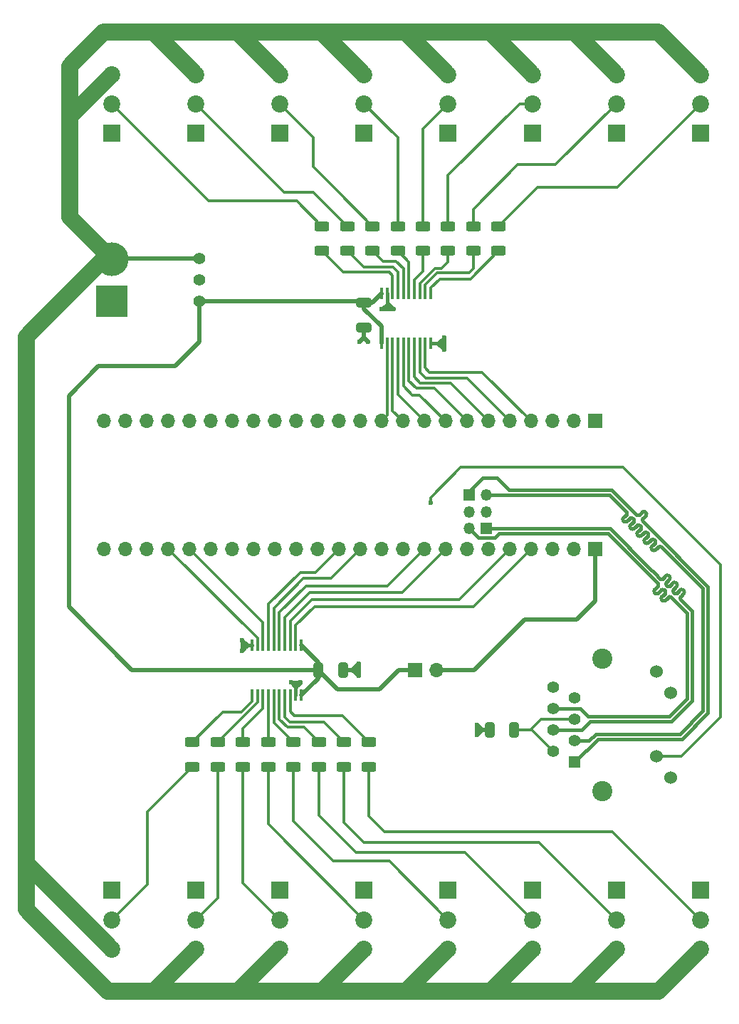
<source format=gbr>
%TF.GenerationSoftware,KiCad,Pcbnew,8.0.2*%
%TF.CreationDate,2024-08-24T20:41:20-05:00*%
%TF.ProjectId,ReceiverBoard,52656365-6976-4657-9242-6f6172642e6b,rev?*%
%TF.SameCoordinates,Original*%
%TF.FileFunction,Copper,L1,Top*%
%TF.FilePolarity,Positive*%
%FSLAX46Y46*%
G04 Gerber Fmt 4.6, Leading zero omitted, Abs format (unit mm)*
G04 Created by KiCad (PCBNEW 8.0.2) date 2024-08-24 20:41:20*
%MOMM*%
%LPD*%
G01*
G04 APERTURE LIST*
G04 Aperture macros list*
%AMRoundRect*
0 Rectangle with rounded corners*
0 $1 Rounding radius*
0 $2 $3 $4 $5 $6 $7 $8 $9 X,Y pos of 4 corners*
0 Add a 4 corners polygon primitive as box body*
4,1,4,$2,$3,$4,$5,$6,$7,$8,$9,$2,$3,0*
0 Add four circle primitives for the rounded corners*
1,1,$1+$1,$2,$3*
1,1,$1+$1,$4,$5*
1,1,$1+$1,$6,$7*
1,1,$1+$1,$8,$9*
0 Add four rect primitives between the rounded corners*
20,1,$1+$1,$2,$3,$4,$5,0*
20,1,$1+$1,$4,$5,$6,$7,0*
20,1,$1+$1,$6,$7,$8,$9,0*
20,1,$1+$1,$8,$9,$2,$3,0*%
G04 Aperture macros list end*
%TA.AperFunction,SMDPad,CuDef*%
%ADD10RoundRect,0.250000X0.625000X-0.312500X0.625000X0.312500X-0.625000X0.312500X-0.625000X-0.312500X0*%
%TD*%
%TA.AperFunction,ComponentPad*%
%ADD11R,2.025000X2.025000*%
%TD*%
%TA.AperFunction,ComponentPad*%
%ADD12C,2.025000*%
%TD*%
%TA.AperFunction,SMDPad,CuDef*%
%ADD13RoundRect,0.250000X0.325000X0.650000X-0.325000X0.650000X-0.325000X-0.650000X0.325000X-0.650000X0*%
%TD*%
%TA.AperFunction,SMDPad,CuDef*%
%ADD14RoundRect,0.250000X0.650000X-0.325000X0.650000X0.325000X-0.650000X0.325000X-0.650000X-0.325000X0*%
%TD*%
%TA.AperFunction,ComponentPad*%
%ADD15R,1.350000X1.350000*%
%TD*%
%TA.AperFunction,ComponentPad*%
%ADD16O,1.350000X1.350000*%
%TD*%
%TA.AperFunction,ComponentPad*%
%ADD17R,1.700000X1.700000*%
%TD*%
%TA.AperFunction,ComponentPad*%
%ADD18O,1.700000X1.700000*%
%TD*%
%TA.AperFunction,SMDPad,CuDef*%
%ADD19RoundRect,0.250000X-0.625000X0.312500X-0.625000X-0.312500X0.625000X-0.312500X0.625000X0.312500X0*%
%TD*%
%TA.AperFunction,SMDPad,CuDef*%
%ADD20R,0.450000X1.475000*%
%TD*%
%TA.AperFunction,ComponentPad*%
%ADD21C,1.400000*%
%TD*%
%TA.AperFunction,ComponentPad*%
%ADD22R,3.800000X3.800000*%
%TD*%
%TA.AperFunction,ComponentPad*%
%ADD23C,4.000000*%
%TD*%
%TA.AperFunction,ComponentPad*%
%ADD24R,1.400000X1.400000*%
%TD*%
%TA.AperFunction,ComponentPad*%
%ADD25C,1.530000*%
%TD*%
%TA.AperFunction,ComponentPad*%
%ADD26C,2.400000*%
%TD*%
%TA.AperFunction,ViaPad*%
%ADD27C,0.600000*%
%TD*%
%TA.AperFunction,Conductor*%
%ADD28C,2.000000*%
%TD*%
%TA.AperFunction,Conductor*%
%ADD29C,0.500000*%
%TD*%
%TA.AperFunction,Conductor*%
%ADD30C,0.400000*%
%TD*%
%TA.AperFunction,Conductor*%
%ADD31C,0.300000*%
%TD*%
G04 APERTURE END LIST*
D10*
%TO.P,R6,1*%
%TO.N,Net-(IC1-B6)*%
X130000000Y-63962500D03*
%TO.P,R6,2*%
%TO.N,D2O*%
X130000000Y-61037500D03*
%TD*%
%TO.P,R1,1*%
%TO.N,Net-(IC1-B1)*%
X115000000Y-63962500D03*
%TO.P,R1,2*%
%TO.N,D7O*%
X115000000Y-61037500D03*
%TD*%
D11*
%TO.P,J5,1,1*%
%TO.N,GND*%
X160000000Y-50000000D03*
D12*
%TO.P,J5,2,2*%
%TO.N,D0O*%
X160000000Y-46500000D03*
%TO.P,J5,3,3*%
%TO.N,+24V*%
X160000000Y-43000000D03*
%TD*%
D11*
%TO.P,J18,1,1*%
%TO.N,GND*%
X130000000Y-140000000D03*
D12*
%TO.P,J18,2,2*%
%TO.N,D12O*%
X130000000Y-143500000D03*
%TO.P,J18,3,3*%
%TO.N,+24V*%
X130000000Y-147000000D03*
%TD*%
D13*
%TO.P,C2,1*%
%TO.N,GND*%
X117475000Y-113800000D03*
%TO.P,C2,2*%
%TO.N,+5V*%
X114525000Y-113800000D03*
%TD*%
D14*
%TO.P,C1,1*%
%TO.N,GND*%
X120000000Y-73075000D03*
%TO.P,C1,2*%
%TO.N,+5V*%
X120000000Y-70125000D03*
%TD*%
D11*
%TO.P,J19,1,1*%
%TO.N,GND*%
X140000000Y-140000000D03*
D12*
%TO.P,J19,2,2*%
%TO.N,D13O*%
X140000000Y-143500000D03*
%TO.P,J19,3,3*%
%TO.N,+24V*%
X140000000Y-147000000D03*
%TD*%
D15*
%TO.P,J4,1,Pin_1*%
%TO.N,TX+*%
X132500000Y-93000000D03*
D16*
%TO.P,J4,2,Pin_2*%
%TO.N,GND*%
X132500000Y-95000000D03*
%TO.P,J4,3,Pin_3*%
%TO.N,RX-*%
X132500000Y-97000000D03*
%TD*%
D17*
%TO.P,JP1,1,A*%
%TO.N,+5V*%
X126025000Y-113800000D03*
D18*
%TO.P,JP1,2,B*%
%TO.N,+5Vs*%
X128565000Y-113800000D03*
%TD*%
D11*
%TO.P,J15,1,1*%
%TO.N,GND*%
X100000000Y-140000000D03*
D12*
%TO.P,J15,2,2*%
%TO.N,D9O*%
X100000000Y-143500000D03*
%TO.P,J15,3,3*%
%TO.N,+24V*%
X100000000Y-147000000D03*
%TD*%
D19*
%TO.P,R14,1*%
%TO.N,Net-(IC2-B6)*%
X105600000Y-122375000D03*
%TO.P,R14,2*%
%TO.N,D10O*%
X105600000Y-125300000D03*
%TD*%
%TO.P,R15,1*%
%TO.N,Net-(IC2-B7)*%
X102600000Y-122375000D03*
%TO.P,R15,2*%
%TO.N,D9O*%
X102600000Y-125300000D03*
%TD*%
D20*
%TO.P,IC1,1,DIR*%
%TO.N,+5V*%
X122075000Y-74938000D03*
%TO.P,IC1,2,A1*%
%TO.N,D7*%
X122725000Y-74938000D03*
%TO.P,IC1,3,A2*%
%TO.N,D6*%
X123375000Y-74938000D03*
%TO.P,IC1,4,A3*%
%TO.N,D5*%
X124025000Y-74938000D03*
%TO.P,IC1,5,A4*%
%TO.N,D4*%
X124675000Y-74938000D03*
%TO.P,IC1,6,A5*%
%TO.N,D3*%
X125325000Y-74938000D03*
%TO.P,IC1,7,A6*%
%TO.N,D2*%
X125975000Y-74938000D03*
%TO.P,IC1,8,A7*%
%TO.N,D1*%
X126625000Y-74938000D03*
%TO.P,IC1,9,A8*%
%TO.N,D0*%
X127275000Y-74938000D03*
%TO.P,IC1,10,GND*%
%TO.N,GND*%
X127925000Y-74938000D03*
%TO.P,IC1,11,B8*%
%TO.N,Net-(IC1-B8)*%
X127925000Y-69062000D03*
%TO.P,IC1,12,B7*%
%TO.N,Net-(IC1-B7)*%
X127275000Y-69062000D03*
%TO.P,IC1,13,B6*%
%TO.N,Net-(IC1-B6)*%
X126625000Y-69062000D03*
%TO.P,IC1,14,B5*%
%TO.N,Net-(IC1-B5)*%
X125975000Y-69062000D03*
%TO.P,IC1,15,B4*%
%TO.N,Net-(IC1-B4)*%
X125325000Y-69062000D03*
%TO.P,IC1,16,B3*%
%TO.N,Net-(IC1-B3)*%
X124675000Y-69062000D03*
%TO.P,IC1,17,B2*%
%TO.N,Net-(IC1-B2)*%
X124025000Y-69062000D03*
%TO.P,IC1,18,B1*%
%TO.N,Net-(IC1-B1)*%
X123375000Y-69062000D03*
%TO.P,IC1,19,~{OE}*%
%TO.N,GND*%
X122725000Y-69062000D03*
%TO.P,IC1,20,VCC*%
%TO.N,+5V*%
X122075000Y-69062000D03*
%TD*%
D11*
%TO.P,J17,1,1*%
%TO.N,GND*%
X120000000Y-140000000D03*
D12*
%TO.P,J17,2,2*%
%TO.N,D11O*%
X120000000Y-143500000D03*
%TO.P,J17,3,3*%
%TO.N,+24V*%
X120000000Y-147000000D03*
%TD*%
D11*
%TO.P,J11,1,1*%
%TO.N,GND*%
X100000000Y-50000000D03*
D12*
%TO.P,J11,2,2*%
%TO.N,D6O*%
X100000000Y-46500000D03*
%TO.P,J11,3,3*%
%TO.N,+24V*%
X100000000Y-43000000D03*
%TD*%
D11*
%TO.P,J6,1,1*%
%TO.N,GND*%
X150000000Y-50000000D03*
D12*
%TO.P,J6,2,2*%
%TO.N,D1O*%
X150000000Y-46500000D03*
%TO.P,J6,3,3*%
%TO.N,+24V*%
X150000000Y-43000000D03*
%TD*%
D19*
%TO.P,R11,1*%
%TO.N,Net-(IC2-B3)*%
X114600000Y-122375000D03*
%TO.P,R11,2*%
%TO.N,D13O*%
X114600000Y-125300000D03*
%TD*%
D11*
%TO.P,J16,1,1*%
%TO.N,GND*%
X110000000Y-140000000D03*
D12*
%TO.P,J16,2,2*%
%TO.N,D10O*%
X110000000Y-143500000D03*
%TO.P,J16,3,3*%
%TO.N,+24V*%
X110000000Y-147000000D03*
%TD*%
D15*
%TO.P,J3,1,Pin_1*%
%TO.N,RX+*%
X134500000Y-97000000D03*
D16*
%TO.P,J3,2,Pin_2*%
%TO.N,ELED*%
X134500000Y-95000000D03*
%TO.P,J3,3,Pin_3*%
%TO.N,TX-*%
X134500000Y-93000000D03*
%TD*%
D10*
%TO.P,R2,1*%
%TO.N,Net-(IC1-B2)*%
X118000000Y-63962500D03*
%TO.P,R2,2*%
%TO.N,D6O*%
X118000000Y-61037500D03*
%TD*%
D21*
%TO.P,PS1,1,+VIN*%
%TO.N,+24V*%
X100375000Y-64870000D03*
%TO.P,PS1,2,GND*%
%TO.N,GND*%
X100375000Y-67410000D03*
%TO.P,PS1,3,+VOUT*%
%TO.N,+5V*%
X100375000Y-69950000D03*
%TD*%
D20*
%TO.P,IC2,1,DIR*%
%TO.N,+5V*%
X112525000Y-110899500D03*
%TO.P,IC2,2,A1*%
%TO.N,D15*%
X111875000Y-110899500D03*
%TO.P,IC2,3,A2*%
%TO.N,D14*%
X111225000Y-110899500D03*
%TO.P,IC2,4,A3*%
%TO.N,D13*%
X110575000Y-110899500D03*
%TO.P,IC2,5,A4*%
%TO.N,D12*%
X109925000Y-110899500D03*
%TO.P,IC2,6,A5*%
%TO.N,D11*%
X109275000Y-110899500D03*
%TO.P,IC2,7,A6*%
%TO.N,D10*%
X108625000Y-110899500D03*
%TO.P,IC2,8,A7*%
%TO.N,D9*%
X107975000Y-110899500D03*
%TO.P,IC2,9,A8*%
%TO.N,D8*%
X107325000Y-110899500D03*
%TO.P,IC2,10,GND*%
%TO.N,GND*%
X106675000Y-110899500D03*
%TO.P,IC2,11,B8*%
%TO.N,Net-(IC2-B8)*%
X106675000Y-116775500D03*
%TO.P,IC2,12,B7*%
%TO.N,Net-(IC2-B7)*%
X107325000Y-116775500D03*
%TO.P,IC2,13,B6*%
%TO.N,Net-(IC2-B6)*%
X107975000Y-116775500D03*
%TO.P,IC2,14,B5*%
%TO.N,Net-(IC2-B5)*%
X108625000Y-116775500D03*
%TO.P,IC2,15,B4*%
%TO.N,Net-(IC2-B4)*%
X109275000Y-116775500D03*
%TO.P,IC2,16,B3*%
%TO.N,Net-(IC2-B3)*%
X109925000Y-116775500D03*
%TO.P,IC2,17,B2*%
%TO.N,Net-(IC2-B2)*%
X110575000Y-116775500D03*
%TO.P,IC2,18,B1*%
%TO.N,Net-(IC2-B1)*%
X111225000Y-116775500D03*
%TO.P,IC2,19,~{OE}*%
%TO.N,GND*%
X111875000Y-116775500D03*
%TO.P,IC2,20,VCC*%
%TO.N,+5V*%
X112525000Y-116775500D03*
%TD*%
D19*
%TO.P,R9,1*%
%TO.N,Net-(IC2-B1)*%
X120600000Y-122375000D03*
%TO.P,R9,2*%
%TO.N,D15O*%
X120600000Y-125300000D03*
%TD*%
D17*
%TO.P,J1,1,Pin_1*%
%TO.N,GND*%
X147465000Y-84200000D03*
D18*
%TO.P,J1,2,Pin_2*%
%TO.N,unconnected-(J1-Pin_2-Pad2)*%
X144925000Y-84200000D03*
%TO.P,J1,3,Pin_3*%
%TO.N,unconnected-(J1-Pin_3-Pad3)*%
X142385000Y-84200000D03*
%TO.P,J1,4,Pin_4*%
%TO.N,D0*%
X139845000Y-84200000D03*
%TO.P,J1,5,Pin_5*%
%TO.N,D1*%
X137305000Y-84200000D03*
%TO.P,J1,6,Pin_6*%
%TO.N,D2*%
X134765000Y-84200000D03*
%TO.P,J1,7,Pin_7*%
%TO.N,D3*%
X132225000Y-84200000D03*
%TO.P,J1,8,Pin_8*%
%TO.N,D4*%
X129685000Y-84200000D03*
%TO.P,J1,9,Pin_9*%
%TO.N,D5*%
X127145000Y-84200000D03*
%TO.P,J1,10,Pin_10*%
%TO.N,D6*%
X124605000Y-84200000D03*
%TO.P,J1,11,Pin_11*%
%TO.N,D7*%
X122065000Y-84200000D03*
%TO.P,J1,12,Pin_12*%
%TO.N,unconnected-(J1-Pin_12-Pad12)*%
X119525000Y-84200000D03*
%TO.P,J1,13,Pin_13*%
%TO.N,unconnected-(J1-Pin_13-Pad13)*%
X116985000Y-84200000D03*
%TO.P,J1,14,Pin_14*%
%TO.N,unconnected-(J1-Pin_14-Pad14)*%
X114445000Y-84200000D03*
%TO.P,J1,15,Pin_15*%
%TO.N,unconnected-(J1-Pin_15-Pad15)*%
X111905000Y-84200000D03*
%TO.P,J1,16,Pin_16*%
%TO.N,unconnected-(J1-Pin_16-Pad16)*%
X109365000Y-84200000D03*
%TO.P,J1,17,Pin_17*%
%TO.N,unconnected-(J1-Pin_17-Pad17)*%
X106825000Y-84200000D03*
%TO.P,J1,18,Pin_18*%
%TO.N,unconnected-(J1-Pin_18-Pad18)*%
X104285000Y-84200000D03*
%TO.P,J1,19,Pin_19*%
%TO.N,unconnected-(J1-Pin_19-Pad19)*%
X101745000Y-84200000D03*
%TO.P,J1,20,Pin_20*%
%TO.N,unconnected-(J1-Pin_20-Pad20)*%
X99205000Y-84200000D03*
%TO.P,J1,21,Pin_21*%
%TO.N,unconnected-(J1-Pin_21-Pad21)*%
X96665000Y-84200000D03*
%TO.P,J1,22,Pin_22*%
%TO.N,unconnected-(J1-Pin_22-Pad22)*%
X94125000Y-84200000D03*
%TO.P,J1,23,Pin_23*%
%TO.N,unconnected-(J1-Pin_23-Pad23)*%
X91585000Y-84200000D03*
%TO.P,J1,24,Pin_24*%
%TO.N,unconnected-(J1-Pin_24-Pad24)*%
X89045000Y-84200000D03*
%TD*%
D22*
%TO.P,J13,1,Pin_1*%
%TO.N,GND*%
X90000000Y-70000000D03*
D23*
%TO.P,J13,2,Pin_2*%
%TO.N,+24V*%
X90000000Y-65000000D03*
%TD*%
D13*
%TO.P,C3,1*%
%TO.N,Net-(J22-RCT)*%
X137875000Y-120900000D03*
%TO.P,C3,2*%
%TO.N,GND*%
X134925000Y-120900000D03*
%TD*%
D19*
%TO.P,R13,1*%
%TO.N,Net-(IC2-B5)*%
X108600000Y-122375000D03*
%TO.P,R13,2*%
%TO.N,D11O*%
X108600000Y-125300000D03*
%TD*%
D10*
%TO.P,R5,1*%
%TO.N,Net-(IC1-B5)*%
X127000000Y-63962500D03*
%TO.P,R5,2*%
%TO.N,D3O*%
X127000000Y-61037500D03*
%TD*%
D17*
%TO.P,J2,1,Pin_1*%
%TO.N,+5Vs*%
X147500000Y-99400000D03*
D18*
%TO.P,J2,2,Pin_2*%
%TO.N,GND*%
X144960000Y-99400000D03*
%TO.P,J2,3,Pin_3*%
%TO.N,unconnected-(J2-Pin_3-Pad3)*%
X142420000Y-99400000D03*
%TO.P,J2,4,Pin_4*%
%TO.N,D15*%
X139880000Y-99400000D03*
%TO.P,J2,5,Pin_5*%
%TO.N,D14*%
X137340000Y-99400000D03*
%TO.P,J2,6,Pin_6*%
%TO.N,unconnected-(J2-Pin_6-Pad6)*%
X134800000Y-99400000D03*
%TO.P,J2,7,Pin_7*%
%TO.N,unconnected-(J2-Pin_7-Pad7)*%
X132260000Y-99400000D03*
%TO.P,J2,8,Pin_8*%
%TO.N,D13*%
X129720000Y-99400000D03*
%TO.P,J2,9,Pin_9*%
%TO.N,D12*%
X127180000Y-99400000D03*
%TO.P,J2,10,Pin_10*%
%TO.N,unconnected-(J2-Pin_10-Pad10)*%
X124640000Y-99400000D03*
%TO.P,J2,11,Pin_11*%
%TO.N,unconnected-(J2-Pin_11-Pad11)*%
X122100000Y-99400000D03*
%TO.P,J2,12,Pin_12*%
%TO.N,D11*%
X119560000Y-99400000D03*
%TO.P,J2,13,Pin_13*%
%TO.N,D10*%
X117020000Y-99400000D03*
%TO.P,J2,14,Pin_14*%
%TO.N,unconnected-(J2-Pin_14-Pad14)*%
X114480000Y-99400000D03*
%TO.P,J2,15,Pin_15*%
%TO.N,GND*%
X111940000Y-99400000D03*
%TO.P,J2,16,Pin_16*%
%TO.N,unconnected-(J2-Pin_16-Pad16)*%
X109400000Y-99400000D03*
%TO.P,J2,17,Pin_17*%
%TO.N,unconnected-(J2-Pin_17-Pad17)*%
X106860000Y-99400000D03*
%TO.P,J2,18,Pin_18*%
%TO.N,unconnected-(J2-Pin_18-Pad18)*%
X104320000Y-99400000D03*
%TO.P,J2,19,Pin_19*%
%TO.N,unconnected-(J2-Pin_19-Pad19)*%
X101780000Y-99400000D03*
%TO.P,J2,20,Pin_20*%
%TO.N,D9*%
X99240000Y-99400000D03*
%TO.P,J2,21,Pin_21*%
%TO.N,D8*%
X96700000Y-99400000D03*
%TO.P,J2,22,Pin_22*%
%TO.N,unconnected-(J2-Pin_22-Pad22)*%
X94160000Y-99400000D03*
%TO.P,J2,23,Pin_23*%
%TO.N,unconnected-(J2-Pin_23-Pad23)*%
X91620000Y-99400000D03*
%TO.P,J2,24,Pin_24*%
%TO.N,unconnected-(J2-Pin_24-Pad24)*%
X89080000Y-99400000D03*
%TD*%
D24*
%TO.P,J22,1,TD+*%
%TO.N,TX+*%
X145050000Y-124745000D03*
D21*
%TO.P,J22,2,TCT*%
%TO.N,Net-(J22-RCT)*%
X142510000Y-123475000D03*
%TO.P,J22,3,TD-*%
%TO.N,TX-*%
X145050000Y-122205000D03*
%TO.P,J22,4,RD+*%
%TO.N,RX+*%
X142510000Y-120935000D03*
%TO.P,J22,5,RCT*%
%TO.N,Net-(J22-RCT)*%
X145050000Y-119665000D03*
%TO.P,J22,6,RD-*%
%TO.N,RX-*%
X142510000Y-118395000D03*
%TO.P,J22,7,NC*%
%TO.N,unconnected-(J22-NC-Pad7)*%
X145050000Y-117125000D03*
%TO.P,J22,8,GND*%
%TO.N,GND*%
X142510000Y-115855000D03*
D25*
%TO.P,J22,9,GLED-*%
X156480000Y-126625000D03*
%TO.P,J22,10,GLED+*%
%TO.N,ELED*%
X154780000Y-124085000D03*
%TO.P,J22,11,OLED-*%
%TO.N,unconnected-(J22-OLED--Pad11)*%
X156480000Y-116515000D03*
%TO.P,J22,12,OLED+*%
%TO.N,unconnected-(J22-OLED+-Pad12)*%
X154780000Y-113975000D03*
D26*
%TO.P,J22,13*%
%TO.N,N/C*%
X148350000Y-128175000D03*
%TO.P,J22,14*%
X148350000Y-112425000D03*
%TD*%
D11*
%TO.P,J10,1,1*%
%TO.N,GND*%
X110000000Y-50000000D03*
D12*
%TO.P,J10,2,2*%
%TO.N,D5O*%
X110000000Y-46500000D03*
%TO.P,J10,3,3*%
%TO.N,+24V*%
X110000000Y-43000000D03*
%TD*%
D10*
%TO.P,R8,1*%
%TO.N,Net-(IC1-B8)*%
X136000000Y-63962500D03*
%TO.P,R8,2*%
%TO.N,D0O*%
X136000000Y-61037500D03*
%TD*%
D11*
%TO.P,J7,1,1*%
%TO.N,GND*%
X140000000Y-50000000D03*
D12*
%TO.P,J7,2,2*%
%TO.N,D2O*%
X140000000Y-46500000D03*
%TO.P,J7,3,3*%
%TO.N,+24V*%
X140000000Y-43000000D03*
%TD*%
D19*
%TO.P,R16,1*%
%TO.N,Net-(IC2-B8)*%
X99600000Y-122375000D03*
%TO.P,R16,2*%
%TO.N,D8O*%
X99600000Y-125300000D03*
%TD*%
D10*
%TO.P,R7,1*%
%TO.N,Net-(IC1-B7)*%
X133000000Y-63962500D03*
%TO.P,R7,2*%
%TO.N,D1O*%
X133000000Y-61037500D03*
%TD*%
D11*
%TO.P,J14,1,1*%
%TO.N,GND*%
X90000000Y-140000000D03*
D12*
%TO.P,J14,2,2*%
%TO.N,D8O*%
X90000000Y-143500000D03*
%TO.P,J14,3,3*%
%TO.N,+24V*%
X90000000Y-147000000D03*
%TD*%
D19*
%TO.P,R12,1*%
%TO.N,Net-(IC2-B4)*%
X111600000Y-122375000D03*
%TO.P,R12,2*%
%TO.N,D12O*%
X111600000Y-125300000D03*
%TD*%
D10*
%TO.P,R4,1*%
%TO.N,Net-(IC1-B4)*%
X124000000Y-63962500D03*
%TO.P,R4,2*%
%TO.N,D4O*%
X124000000Y-61037500D03*
%TD*%
D11*
%TO.P,J20,1,1*%
%TO.N,GND*%
X150000000Y-140000000D03*
D12*
%TO.P,J20,2,2*%
%TO.N,D14O*%
X150000000Y-143500000D03*
%TO.P,J20,3,3*%
%TO.N,+24V*%
X150000000Y-147000000D03*
%TD*%
D11*
%TO.P,J12,1,1*%
%TO.N,GND*%
X90000000Y-50000000D03*
D12*
%TO.P,J12,2,2*%
%TO.N,D7O*%
X90000000Y-46500000D03*
%TO.P,J12,3,3*%
%TO.N,+24V*%
X90000000Y-43000000D03*
%TD*%
D11*
%TO.P,J21,1,1*%
%TO.N,GND*%
X160000000Y-140000000D03*
D12*
%TO.P,J21,2,2*%
%TO.N,D15O*%
X160000000Y-143500000D03*
%TO.P,J21,3,3*%
%TO.N,+24V*%
X160000000Y-147000000D03*
%TD*%
D10*
%TO.P,R3,1*%
%TO.N,Net-(IC1-B3)*%
X121000000Y-63962500D03*
%TO.P,R3,2*%
%TO.N,D5O*%
X121000000Y-61037500D03*
%TD*%
D19*
%TO.P,R10,1*%
%TO.N,Net-(IC2-B2)*%
X117600000Y-122375000D03*
%TO.P,R10,2*%
%TO.N,D14O*%
X117600000Y-125300000D03*
%TD*%
D11*
%TO.P,J9,1,1*%
%TO.N,GND*%
X120000000Y-50000000D03*
D12*
%TO.P,J9,2,2*%
%TO.N,D4O*%
X120000000Y-46500000D03*
%TO.P,J9,3,3*%
%TO.N,+24V*%
X120000000Y-43000000D03*
%TD*%
D11*
%TO.P,J8,1,1*%
%TO.N,GND*%
X130000000Y-50000000D03*
D12*
%TO.P,J8,2,2*%
%TO.N,D3O*%
X130000000Y-46500000D03*
%TO.P,J8,3,3*%
%TO.N,+24V*%
X130000000Y-43000000D03*
%TD*%
D27*
%TO.N,GND*%
X105500000Y-111500000D03*
X105500000Y-110250000D03*
X129500000Y-74250000D03*
X129500000Y-75750000D03*
X112400000Y-115300000D03*
X133400000Y-120300000D03*
X119337500Y-114500000D03*
X120500000Y-74800000D03*
X111300000Y-115300000D03*
X122100000Y-70900000D03*
X119500000Y-74800000D03*
X123500000Y-70900000D03*
X133400002Y-121500000D03*
X119337500Y-113100000D03*
%TO.N,ELED*%
X127900000Y-93900000D03*
%TD*%
D28*
%TO.N,+24V*%
X79800000Y-142300000D02*
X79800000Y-140700000D01*
X79800000Y-135100000D02*
X79800000Y-140700000D01*
X90100000Y-152000000D02*
X89500000Y-152000000D01*
X90100000Y-152000000D02*
X93000000Y-152000000D01*
X89500000Y-152000000D02*
X79800000Y-142300000D01*
D29*
%TO.N,+5V*%
X120000000Y-70900000D02*
X122050000Y-72950000D01*
X122050000Y-72950000D02*
X122050000Y-74938000D01*
X120000000Y-70125000D02*
X120000000Y-70900000D01*
X124100000Y-113800000D02*
X126025000Y-113800000D01*
X121800000Y-116100000D02*
X124100000Y-113800000D01*
X116825000Y-116100000D02*
X121800000Y-116100000D01*
X114525000Y-113800000D02*
X116825000Y-116100000D01*
X114525000Y-112874500D02*
X112550000Y-110899500D01*
X114525000Y-113800000D02*
X114525000Y-112874500D01*
X114525000Y-114800500D02*
X112550000Y-116775500D01*
X114525000Y-113800000D02*
X114525000Y-114800500D01*
X84900000Y-106300000D02*
X92400000Y-113800000D01*
X88400000Y-77700000D02*
X84900000Y-81200000D01*
X84900000Y-81200000D02*
X84900000Y-106300000D01*
X97500000Y-77700000D02*
X88400000Y-77700000D01*
X92400000Y-113800000D02*
X114525000Y-113800000D01*
X100375000Y-69950000D02*
X100375000Y-74825000D01*
X100375000Y-74825000D02*
X97500000Y-77700000D01*
D30*
%TO.N,GND*%
X105500000Y-110750000D02*
X105500000Y-110250000D01*
X105500000Y-111000000D02*
X105500000Y-110750000D01*
X105750000Y-111000000D02*
X105500000Y-110750000D01*
X105750000Y-111000000D02*
X105500000Y-111000000D01*
X106000000Y-111000000D02*
X105750000Y-111000000D01*
X106100500Y-110899500D02*
X106000000Y-111000000D01*
X105500000Y-111500000D02*
X105500000Y-111000000D01*
X106100500Y-110899500D02*
X105500000Y-111500000D01*
X106149500Y-110899500D02*
X106100500Y-110899500D01*
X106149500Y-110899500D02*
X105500000Y-110250000D01*
X106675000Y-110899500D02*
X106149500Y-110899500D01*
X129250000Y-75500000D02*
X129500000Y-75750000D01*
X129250000Y-75126000D02*
X129438000Y-74938000D01*
X128688000Y-74938000D02*
X129250000Y-75500000D01*
X129250000Y-75500000D02*
X129250000Y-75126000D01*
X129438000Y-74938000D02*
X129500000Y-75000000D01*
X128812000Y-74938000D02*
X129438000Y-74938000D01*
X129500000Y-75000000D02*
X129500000Y-75750000D01*
X129500000Y-74250000D02*
X129500000Y-75000000D01*
X128812000Y-74938000D02*
X129500000Y-74250000D01*
X128688000Y-74938000D02*
X128812000Y-74938000D01*
X128562000Y-74938000D02*
X128688000Y-74938000D01*
X128438000Y-74938000D02*
X128562000Y-74938000D01*
X127925000Y-74938000D02*
X128438000Y-74938000D01*
D29*
X134000000Y-120900000D02*
X133400000Y-120300000D01*
D30*
X111875000Y-115875000D02*
X111300000Y-115300000D01*
D29*
X119337500Y-113800000D02*
X119337500Y-113100000D01*
D30*
X122725000Y-70125000D02*
X123100000Y-70500000D01*
X122100000Y-70900000D02*
X122800000Y-70900000D01*
X123050000Y-70500000D02*
X122725000Y-70825000D01*
X111300000Y-115300000D02*
X111900000Y-115300000D01*
D29*
X120000000Y-73075000D02*
X120000000Y-73700000D01*
D30*
X123100000Y-70500000D02*
X123050000Y-70500000D01*
D29*
X119037500Y-113400000D02*
X119337500Y-113100000D01*
X120000000Y-73700000D02*
X120000000Y-74300000D01*
D30*
X123100000Y-70500000D02*
X123500000Y-70900000D01*
D29*
X118637500Y-113800000D02*
X119037500Y-113400000D01*
X117475000Y-113800000D02*
X118337500Y-113800000D01*
X134000002Y-120900000D02*
X133400002Y-121500000D01*
D30*
X122725000Y-70275000D02*
X122725000Y-70825000D01*
X122800000Y-70900000D02*
X123500000Y-70900000D01*
D29*
X120000000Y-74300000D02*
X119500000Y-74800000D01*
D30*
X111900000Y-115300000D02*
X112400000Y-115300000D01*
X111875000Y-116775500D02*
X111875000Y-115875000D01*
X122725000Y-70125000D02*
X122725000Y-70275000D01*
D29*
X134925000Y-120900000D02*
X134000000Y-120900000D01*
X120000000Y-74300000D02*
X120500000Y-74800000D01*
X118637500Y-113800000D02*
X119337500Y-113800000D01*
X133400000Y-120300000D02*
X133400000Y-121499998D01*
X118637500Y-113800000D02*
X119337500Y-114500000D01*
D30*
X122725000Y-70825000D02*
X122800000Y-70900000D01*
X122725000Y-69062000D02*
X122725000Y-70125000D01*
D29*
X119337500Y-114500000D02*
X119337500Y-113800000D01*
X134925000Y-120900000D02*
X134000002Y-120900000D01*
X118337500Y-113800000D02*
X118637500Y-113800000D01*
D30*
X112400000Y-115350000D02*
X112400000Y-115300000D01*
D29*
X118337500Y-113800000D02*
X118537500Y-113800000D01*
X133400000Y-121499998D02*
X133400002Y-121500000D01*
D30*
X111900000Y-115850000D02*
X111900000Y-115300000D01*
X122725000Y-70275000D02*
X122100000Y-70900000D01*
X111875000Y-115875000D02*
X112400000Y-115350000D01*
X111875000Y-115875000D02*
X111900000Y-115850000D01*
D31*
%TO.N,D6O*%
X114000000Y-57000000D02*
X114000000Y-57037500D01*
X110500000Y-57000000D02*
X114000000Y-57000000D01*
X114000000Y-57037500D02*
X118000000Y-61037500D01*
X100000000Y-46500000D02*
X110500000Y-57000000D01*
%TO.N,D7*%
X122725000Y-83540000D02*
X122065000Y-84200000D01*
X122725000Y-74938000D02*
X122725000Y-83540000D01*
%TO.N,D4*%
X125700000Y-81100000D02*
X126585000Y-81100000D01*
X126585000Y-81100000D02*
X129685000Y-84200000D01*
X124675000Y-74938000D02*
X124675000Y-80075000D01*
X124675000Y-80075000D02*
X125700000Y-81100000D01*
%TO.N,D3O*%
X127000000Y-49500000D02*
X130000000Y-46500000D01*
X127000000Y-61037500D02*
X127000000Y-49500000D01*
%TO.N,D2O*%
X130000000Y-55000000D02*
X138500000Y-46500000D01*
X138500000Y-46500000D02*
X140000000Y-46500000D01*
X130000000Y-61037500D02*
X130000000Y-55000000D01*
%TO.N,D1*%
X127300000Y-79100000D02*
X132205000Y-79100000D01*
X126625000Y-74938000D02*
X126625000Y-78425000D01*
X132205000Y-79100000D02*
X137305000Y-84200000D01*
X126625000Y-78425000D02*
X127300000Y-79100000D01*
D29*
%TO.N,+5V*%
X100375000Y-69950000D02*
X119825000Y-69950000D01*
X120000000Y-70125000D02*
X120987000Y-70125000D01*
X120987000Y-70125000D02*
X122050000Y-69062000D01*
X122050000Y-69087000D02*
X122050000Y-69062000D01*
X119825000Y-69950000D02*
X120000000Y-70125000D01*
D31*
%TO.N,D3*%
X126200000Y-80300000D02*
X128325000Y-80300000D01*
X125325000Y-79425000D02*
X126200000Y-80300000D01*
X128325000Y-80300000D02*
X132225000Y-84200000D01*
X125325000Y-74938000D02*
X125325000Y-79425000D01*
%TO.N,D6*%
X123375000Y-74938000D02*
X123375000Y-82970000D01*
X123375000Y-82970000D02*
X124605000Y-84200000D01*
%TO.N,D1O*%
X133000000Y-61037500D02*
X133000000Y-59000000D01*
X138250000Y-53750000D02*
X142750000Y-53750000D01*
X142750000Y-53750000D02*
X150000000Y-46500000D01*
X133000000Y-59000000D02*
X138250000Y-53750000D01*
%TO.N,D4O*%
X124000000Y-50500000D02*
X120000000Y-46500000D01*
X124000000Y-61037500D02*
X124000000Y-50500000D01*
%TO.N,D8O*%
X94200000Y-130700000D02*
X94200000Y-139300000D01*
X99600000Y-125300000D02*
X94200000Y-130700000D01*
X94200000Y-139300000D02*
X90000000Y-143500000D01*
%TO.N,D5O*%
X117000000Y-57000000D02*
X117000000Y-57037500D01*
X117000000Y-57037500D02*
X121000000Y-61037500D01*
X114000000Y-54000000D02*
X117000000Y-57000000D01*
X110000000Y-46500000D02*
X114000000Y-50500000D01*
X114000000Y-50500000D02*
X114000000Y-54000000D01*
%TO.N,D5*%
X124025000Y-74938000D02*
X124025000Y-81080000D01*
X124025000Y-81080000D02*
X127145000Y-84200000D01*
%TO.N,D2*%
X126700000Y-79700000D02*
X130265000Y-79700000D01*
X125975000Y-78975000D02*
X126700000Y-79700000D01*
X125975000Y-74938000D02*
X125975000Y-78975000D01*
X130265000Y-79700000D02*
X134765000Y-84200000D01*
%TO.N,D8*%
X96700000Y-99400000D02*
X107325000Y-110025000D01*
X107325000Y-110025000D02*
X107325000Y-110899500D01*
%TO.N,Net-(J22-RCT)*%
X139935000Y-120900000D02*
X139800000Y-120900000D01*
X139800000Y-120900000D02*
X141035000Y-119665000D01*
X141035000Y-119665000D02*
X145050000Y-119665000D01*
X142510000Y-123475000D02*
X139935000Y-120900000D01*
X139800000Y-120900000D02*
X137875000Y-120900000D01*
%TO.N,Net-(IC1-B6)*%
X129200000Y-66100000D02*
X130000000Y-65300000D01*
X128400000Y-66100000D02*
X129200000Y-66100000D01*
X130000000Y-65300000D02*
X130000000Y-63962500D01*
X126625000Y-67875000D02*
X128400000Y-66100000D01*
X126625000Y-69062000D02*
X126625000Y-67875000D01*
%TO.N,Net-(IC1-B3)*%
X124675000Y-66075000D02*
X124675000Y-69062000D01*
X122237500Y-65200000D02*
X123800000Y-65200000D01*
X123800000Y-65200000D02*
X124675000Y-66075000D01*
X121000000Y-63962500D02*
X122237500Y-65200000D01*
%TO.N,Net-(IC1-B2)*%
X119937500Y-65900000D02*
X118000000Y-63962500D01*
X123400000Y-65900000D02*
X119937500Y-65900000D01*
X124025000Y-66525000D02*
X123400000Y-65900000D01*
X124025000Y-69062000D02*
X124025000Y-66525000D01*
%TO.N,Net-(IC1-B1)*%
X123000000Y-66500000D02*
X117537500Y-66500000D01*
X123375000Y-69062000D02*
X123375000Y-66875000D01*
X123375000Y-66875000D02*
X123000000Y-66500000D01*
X117537500Y-66500000D02*
X115000000Y-63962500D01*
%TO.N,Net-(IC1-B4)*%
X125325000Y-69062000D02*
X125325000Y-65287500D01*
X125325000Y-65287500D02*
X124000000Y-63962500D01*
%TO.N,Net-(IC1-B8)*%
X132662500Y-67300000D02*
X136000000Y-63962500D01*
X129000000Y-67300000D02*
X132662500Y-67300000D01*
X127925000Y-68375000D02*
X129000000Y-67300000D01*
X127925000Y-69062000D02*
X127925000Y-68375000D01*
%TO.N,Net-(IC1-B5)*%
X127000000Y-66400000D02*
X127000000Y-63962500D01*
X125975000Y-67425000D02*
X127000000Y-66400000D01*
X125975000Y-69062000D02*
X125975000Y-67425000D01*
%TO.N,Net-(IC1-B7)*%
X127275000Y-68049500D02*
X127275000Y-69062000D01*
X132500000Y-66600000D02*
X128724500Y-66600000D01*
X128724500Y-66600000D02*
X127275000Y-68049500D01*
X133000000Y-63962500D02*
X133000000Y-66100000D01*
X133000000Y-66100000D02*
X132500000Y-66600000D01*
D30*
%TO.N,RX-*%
X158400000Y-107024266D02*
X158400000Y-117175734D01*
X154964489Y-104663556D02*
X155332184Y-104295860D01*
X146670392Y-119300000D02*
X146670372Y-119300020D01*
X155813017Y-105512084D02*
X156180712Y-105144388D01*
X148975734Y-97600000D02*
X154907921Y-103532187D01*
X156275734Y-119300000D02*
X146670392Y-119300000D01*
X156520123Y-105144388D02*
X156604977Y-105229243D01*
X146651480Y-119300020D02*
X145746460Y-118395000D01*
X133575000Y-98075000D02*
X135575000Y-98075000D01*
X136050000Y-97600000D02*
X148975734Y-97600000D01*
X155671595Y-104295860D02*
X155756449Y-104380715D01*
X155756449Y-104720126D02*
X155388753Y-105087821D01*
X158400000Y-117175734D02*
X156275734Y-119300000D01*
X146670372Y-119300020D02*
X146651480Y-119300020D01*
X135575000Y-98075000D02*
X136050000Y-97600000D01*
X156743961Y-105368227D02*
X158400000Y-107024266D01*
X132500000Y-97000000D02*
X133575000Y-98075000D01*
X145746460Y-118395000D02*
X142510000Y-118395000D01*
X156604977Y-105229243D02*
X156743961Y-105368227D01*
X154540225Y-104578704D02*
X154625077Y-104663556D01*
X154907921Y-103871598D02*
X154540225Y-104239293D01*
X155388753Y-105427232D02*
X155473605Y-105512084D01*
X156180712Y-105144388D02*
G75*
G02*
X156520123Y-105144387I169706J-169707D01*
G01*
X154625077Y-104663556D02*
G75*
G03*
X154964489Y-104663556I169706J169704D01*
G01*
X154540225Y-104239293D02*
G75*
G03*
X154540223Y-104578706I169675J-169707D01*
G01*
X155473605Y-105512084D02*
G75*
G03*
X155813017Y-105512084I169706J169704D01*
G01*
X155756449Y-104380715D02*
G75*
G02*
X155756429Y-104720106I-169749J-169685D01*
G01*
X154907921Y-103532187D02*
G75*
G02*
X154907929Y-103871605I-169721J-169713D01*
G01*
X155332184Y-104295860D02*
G75*
G02*
X155671595Y-104295859I169706J-169707D01*
G01*
X155388753Y-105087821D02*
G75*
G03*
X155388779Y-105427206I169747J-169679D01*
G01*
%TO.N,TX+*%
X153163941Y-96139676D02*
X153248795Y-96224529D01*
X152739679Y-95376002D02*
X153107373Y-95008305D01*
X160900000Y-103875734D02*
X160900000Y-118924266D01*
X147795000Y-122000000D02*
X145050000Y-124745000D01*
X153531637Y-95432570D02*
X153163940Y-95800264D01*
X135800000Y-91000000D02*
X137200000Y-92400000D01*
X137600000Y-92400000D02*
X149424266Y-92400000D01*
X134100000Y-91000000D02*
X135800000Y-91000000D01*
X153862133Y-96837867D02*
X160900000Y-103875734D01*
X160900000Y-118924266D02*
X157824266Y-122000000D01*
X157824266Y-122000000D02*
X147795000Y-122000000D01*
X149424266Y-92400000D02*
X152400267Y-95376001D01*
X132500000Y-93000000D02*
X132500000Y-92600000D01*
X137200000Y-92400000D02*
X137600000Y-92400000D01*
X153446785Y-95008306D02*
X153531637Y-95093158D01*
X132500000Y-92600000D02*
X134100000Y-91000000D01*
X153248795Y-96224529D02*
X153862133Y-96837867D01*
X153107373Y-95008305D02*
G75*
G02*
X153446807Y-95008284I169727J-169695D01*
G01*
X152400267Y-95376001D02*
G75*
G03*
X152739705Y-95376029I169733J169701D01*
G01*
X153531637Y-95093158D02*
G75*
G02*
X153531673Y-95432606I-169737J-169742D01*
G01*
X153163940Y-95800264D02*
G75*
G03*
X153163910Y-96139706I169760J-169736D01*
G01*
%TO.N,RX+*%
X134500000Y-97000000D02*
X149224266Y-97000000D01*
X157647063Y-105422798D02*
X157731917Y-105507651D01*
X156374273Y-103810596D02*
X156741967Y-103442899D01*
X155950007Y-103725742D02*
X156034861Y-103810595D01*
X157854597Y-105630331D02*
X159000000Y-106775734D01*
X156524266Y-119900000D02*
X146900000Y-119900000D01*
X158014759Y-104715692D02*
X157647062Y-105083386D01*
X149224266Y-97000000D02*
X153921860Y-101697594D01*
X156317703Y-103018636D02*
X155950006Y-103386330D01*
X159000000Y-117424266D02*
X156524266Y-119900000D01*
X157929907Y-104291428D02*
X158014759Y-104376280D01*
X156798535Y-104574270D02*
X156883389Y-104659123D01*
X159000000Y-106775734D02*
X159000000Y-117424266D01*
X145865000Y-120935000D02*
X142510000Y-120935000D01*
X157081379Y-103442900D02*
X157166231Y-103527752D01*
X157731917Y-105507651D02*
X157854597Y-105630331D01*
X153921860Y-101697594D02*
X154562133Y-102337867D01*
X156232851Y-102594372D02*
X156317703Y-102679224D01*
X155525745Y-102962068D02*
X155893439Y-102594371D01*
X154562133Y-102337867D02*
X155186333Y-102962067D01*
X157222801Y-104659124D02*
X157590495Y-104291427D01*
X146900000Y-119900000D02*
X145865000Y-120935000D01*
X157166231Y-103867164D02*
X156798534Y-104234858D01*
X155950006Y-103386330D02*
G75*
G03*
X155950042Y-103725706I169694J-169670D01*
G01*
X157647062Y-105083386D02*
G75*
G03*
X157647054Y-105422806I169738J-169714D01*
G01*
X156741967Y-103442899D02*
G75*
G02*
X157081406Y-103442872I169733J-169701D01*
G01*
X158014759Y-104376280D02*
G75*
G02*
X158014773Y-104715706I-169659J-169720D01*
G01*
X156883389Y-104659123D02*
G75*
G03*
X157222805Y-104659129I169711J169723D01*
G01*
X155186333Y-102962067D02*
G75*
G03*
X155525705Y-102962029I169667J169667D01*
G01*
X157166231Y-103527752D02*
G75*
G02*
X157166273Y-103867206I-169731J-169748D01*
G01*
X157590495Y-104291427D02*
G75*
G02*
X157929906Y-104291429I169705J-169673D01*
G01*
X156317703Y-102679224D02*
G75*
G02*
X156317673Y-103018606I-169703J-169676D01*
G01*
X156798534Y-104234858D02*
G75*
G03*
X156798498Y-104574307I169666J-169742D01*
G01*
X156034861Y-103810595D02*
G75*
G03*
X156374305Y-103810629I169739J169695D01*
G01*
X155893439Y-102594371D02*
G75*
G02*
X156232807Y-102594416I169661J-169729D01*
G01*
%TO.N,TX-*%
X152036395Y-96200072D02*
X151668699Y-96567767D01*
X151187867Y-95351544D02*
X150820171Y-95719239D01*
X147546471Y-121400000D02*
X146741471Y-122205000D01*
X134500000Y-93000000D02*
X149175734Y-93000000D01*
X154497125Y-98321390D02*
X154581979Y-98406245D01*
X151951541Y-95775806D02*
X152036395Y-95860661D01*
X151668699Y-96907178D02*
X151753551Y-96992030D01*
X157575734Y-121400000D02*
X147546471Y-121400000D01*
X154638547Y-99537614D02*
X155006242Y-99169918D01*
X153648597Y-97472862D02*
X153733451Y-97557717D01*
X154581979Y-98745656D02*
X154214283Y-99113351D01*
X146741471Y-122205000D02*
X145050000Y-122205000D01*
X152092963Y-96992030D02*
X152460658Y-96624334D01*
X151244435Y-96143502D02*
X151612130Y-95775806D01*
X152941491Y-97840558D02*
X153309186Y-97472862D01*
X155345653Y-99169918D02*
X155430507Y-99254773D01*
X149175734Y-93000000D02*
X151187867Y-95012133D01*
X152800069Y-96624334D02*
X152884923Y-96709189D01*
X150820171Y-96058650D02*
X150905023Y-96143502D01*
X153790019Y-98689086D02*
X154157714Y-98321390D01*
X160300000Y-118675734D02*
X157575734Y-121400000D01*
X154214283Y-99452762D02*
X154299135Y-99537614D01*
X155430507Y-99254773D02*
X155537867Y-99362133D01*
X155537867Y-99362133D02*
X160300000Y-104124266D01*
X160300000Y-104124266D02*
X160300000Y-118675734D01*
X153365755Y-98604234D02*
X153450607Y-98689086D01*
X152884923Y-97048600D02*
X152517227Y-97416295D01*
X152517227Y-97755706D02*
X152602079Y-97840558D01*
X153733451Y-97897128D02*
X153365755Y-98264823D01*
X153309186Y-97472862D02*
G75*
G02*
X153648597Y-97472861I169706J-169707D01*
G01*
X153733451Y-97557717D02*
G75*
G02*
X153733429Y-97897106I-169751J-169683D01*
G01*
X154214283Y-99113351D02*
G75*
G03*
X154214239Y-99452805I169717J-169749D01*
G01*
X154581979Y-98406245D02*
G75*
G02*
X154582029Y-98745706I-169679J-169755D01*
G01*
X152517227Y-97416295D02*
G75*
G03*
X152517227Y-97755705I169673J-169705D01*
G01*
X152460658Y-96624334D02*
G75*
G02*
X152800069Y-96624333I169706J-169707D01*
G01*
X152884923Y-96709189D02*
G75*
G02*
X152884929Y-97048605I-169723J-169711D01*
G01*
X154157714Y-98321390D02*
G75*
G02*
X154497125Y-98321389I169706J-169707D01*
G01*
X152602079Y-97840558D02*
G75*
G03*
X152941491Y-97840558I169706J169704D01*
G01*
X154299135Y-99537614D02*
G75*
G03*
X154638547Y-99537614I169706J169704D01*
G01*
X151753551Y-96992030D02*
G75*
G03*
X152092963Y-96992030I169706J169704D01*
G01*
X151612130Y-95775806D02*
G75*
G02*
X151951541Y-95775805I169706J-169707D01*
G01*
X151668699Y-96567767D02*
G75*
G03*
X151668671Y-96907205I169701J-169733D01*
G01*
X150820171Y-95719239D02*
G75*
G03*
X150820215Y-96058606I169729J-169661D01*
G01*
X152036395Y-95860661D02*
G75*
G02*
X152036429Y-96200105I-169695J-169739D01*
G01*
X150905023Y-96143502D02*
G75*
G03*
X151244435Y-96143502I169706J169704D01*
G01*
X155006242Y-99169918D02*
G75*
G02*
X155345653Y-99169917I169706J-169707D01*
G01*
X153450607Y-98689086D02*
G75*
G03*
X153790019Y-98689086I169706J169704D01*
G01*
X153365755Y-98264823D02*
G75*
G03*
X153365783Y-98604206I169745J-169677D01*
G01*
X151187867Y-95012133D02*
G75*
G02*
X151187829Y-95351505I-169667J-169667D01*
G01*
D28*
%TO.N,+24V*%
X90000000Y-65000000D02*
X85000000Y-60000000D01*
X120000000Y-147000000D02*
X115000000Y-152000000D01*
X125000000Y-152000000D02*
X122000000Y-152000000D01*
X111000000Y-38000000D02*
X122000000Y-38000000D01*
X135000000Y-38000000D02*
X134000000Y-38000000D01*
X110000000Y-43000000D02*
X105000000Y-38000000D01*
X100000000Y-43000000D02*
X95000000Y-38000000D01*
X150000000Y-147000000D02*
X145000000Y-152000000D01*
D29*
X90130000Y-64870000D02*
X90000000Y-65000000D01*
D28*
X130000000Y-147000000D02*
X125000000Y-152000000D01*
X134000000Y-38000000D02*
X145000000Y-38000000D01*
X89000000Y-38000000D02*
X93000000Y-38000000D01*
X120000000Y-43000000D02*
X115000000Y-38000000D01*
X85000000Y-48000000D02*
X85000000Y-42000000D01*
X93000000Y-152000000D02*
X104000000Y-152000000D01*
X102000000Y-38000000D02*
X111000000Y-38000000D01*
X93000000Y-38000000D02*
X102000000Y-38000000D01*
X85000000Y-60000000D02*
X85000000Y-48000000D01*
X122000000Y-38000000D02*
X134000000Y-38000000D01*
D29*
X100375000Y-64870000D02*
X90130000Y-64870000D01*
D28*
X100000000Y-147000000D02*
X95000000Y-152000000D01*
X79800000Y-74200000D02*
X79800000Y-135100000D01*
X145000000Y-38000000D02*
X155000000Y-38000000D01*
X115000000Y-38000000D02*
X111000000Y-38000000D01*
X79800000Y-135100000D02*
X79800000Y-136800000D01*
X140000000Y-43000000D02*
X135000000Y-38000000D01*
X133000000Y-152000000D02*
X142000000Y-152000000D01*
X89000000Y-65000000D02*
X79800000Y-74200000D01*
X130000000Y-43000000D02*
X125000000Y-38000000D01*
X85000000Y-42000000D02*
X89000000Y-38000000D01*
X105000000Y-38000000D02*
X102000000Y-38000000D01*
X150000000Y-43000000D02*
X145000000Y-38000000D01*
X105000000Y-152000000D02*
X104000000Y-152000000D01*
X122000000Y-152000000D02*
X133000000Y-152000000D01*
X145000000Y-152000000D02*
X142000000Y-152000000D01*
X113000000Y-152000000D02*
X122000000Y-152000000D01*
X155000000Y-38000000D02*
X160000000Y-43000000D01*
X95000000Y-152000000D02*
X93000000Y-152000000D01*
X85000000Y-48000000D02*
X90000000Y-43000000D01*
X90000000Y-65000000D02*
X89000000Y-65000000D01*
X110000000Y-147000000D02*
X105000000Y-152000000D01*
X135000000Y-152000000D02*
X133000000Y-152000000D01*
X95000000Y-38000000D02*
X93000000Y-38000000D01*
X104000000Y-152000000D02*
X113000000Y-152000000D01*
X142000000Y-152000000D02*
X155000000Y-152000000D01*
X115000000Y-152000000D02*
X113000000Y-152000000D01*
X79800000Y-136800000D02*
X90000000Y-147000000D01*
X155000000Y-152000000D02*
X160000000Y-147000000D01*
X140000000Y-147000000D02*
X135000000Y-152000000D01*
X125000000Y-38000000D02*
X122000000Y-38000000D01*
D31*
%TO.N,D0*%
X127275000Y-77875000D02*
X127800000Y-78400000D01*
X134045000Y-78400000D02*
X139845000Y-84200000D01*
X127800000Y-78400000D02*
X134045000Y-78400000D01*
X127275000Y-74938000D02*
X127275000Y-77875000D01*
%TO.N,ELED*%
X127900000Y-93300000D02*
X127900000Y-93900000D01*
X157715000Y-124085000D02*
X162400000Y-119400000D01*
X150800000Y-89700000D02*
X131500000Y-89700000D01*
X162400000Y-119400000D02*
X162400000Y-101300000D01*
X162400000Y-101300000D02*
X150800000Y-89700000D01*
X154780000Y-124085000D02*
X157715000Y-124085000D01*
X131500000Y-89700000D02*
X127900000Y-93300000D01*
%TO.N,Net-(IC2-B8)*%
X106675000Y-116775500D02*
X106675000Y-117525000D01*
X106675000Y-117525000D02*
X105400000Y-118800000D01*
X105400000Y-118800000D02*
X103175000Y-118800000D01*
X103175000Y-118800000D02*
X99600000Y-122375000D01*
%TO.N,D15*%
X111875000Y-108525000D02*
X114100000Y-106300000D01*
X132980000Y-106300000D02*
X139880000Y-99400000D01*
X111875000Y-110899500D02*
X111875000Y-108525000D01*
X114100000Y-106300000D02*
X132980000Y-106300000D01*
%TO.N,Net-(IC2-B6)*%
X105600000Y-120800000D02*
X107975000Y-118425000D01*
X105600000Y-122375000D02*
X105600000Y-120800000D01*
X107975000Y-118425000D02*
X107975000Y-116775500D01*
%TO.N,D10*%
X108625000Y-110899500D02*
X108625000Y-105975000D01*
X114220000Y-102200000D02*
X117020000Y-99400000D01*
X112400000Y-102200000D02*
X114220000Y-102200000D01*
X108625000Y-105975000D02*
X112400000Y-102200000D01*
%TO.N,D9*%
X107975000Y-108135000D02*
X107975000Y-110899500D01*
X99240000Y-99400000D02*
X107975000Y-108135000D01*
%TO.N,D11*%
X109275000Y-106425000D02*
X112800000Y-102900000D01*
X112800000Y-102900000D02*
X116060000Y-102900000D01*
X109275000Y-110899500D02*
X109275000Y-106425000D01*
X116060000Y-102900000D02*
X119560000Y-99400000D01*
%TO.N,Net-(IC2-B4)*%
X109275000Y-120050000D02*
X111600000Y-122375000D01*
X109275000Y-116775500D02*
X109275000Y-120050000D01*
%TO.N,Net-(IC2-B7)*%
X102600000Y-122375000D02*
X107325000Y-117650000D01*
X107325000Y-117650000D02*
X107325000Y-116775500D01*
%TO.N,D12*%
X109925000Y-110899500D02*
X109925000Y-106975000D01*
X122780000Y-103800000D02*
X127180000Y-99400000D01*
X109925000Y-106975000D02*
X113100000Y-103800000D01*
X113100000Y-103800000D02*
X122780000Y-103800000D01*
%TO.N,Net-(IC2-B1)*%
X111700000Y-119200000D02*
X117425000Y-119200000D01*
X111225000Y-116775500D02*
X111225000Y-118725000D01*
X117425000Y-119200000D02*
X120600000Y-122375000D01*
X111225000Y-118725000D02*
X111700000Y-119200000D01*
%TO.N,D13*%
X129720000Y-99400000D02*
X124520000Y-104600000D01*
X113500000Y-104600000D02*
X110575000Y-107525000D01*
X110575000Y-107525000D02*
X110575000Y-110899500D01*
X124520000Y-104600000D02*
X113500000Y-104600000D01*
%TO.N,Net-(IC2-B5)*%
X108625000Y-116775500D02*
X108625000Y-122350000D01*
X108625000Y-122350000D02*
X108600000Y-122375000D01*
%TO.N,Net-(IC2-B3)*%
X110900000Y-120600000D02*
X112825000Y-120600000D01*
X109925000Y-119625000D02*
X110900000Y-120600000D01*
X112825000Y-120600000D02*
X114600000Y-122375000D01*
X109925000Y-116775500D02*
X109925000Y-119625000D01*
%TO.N,Net-(IC2-B2)*%
X110575000Y-116775500D02*
X110575000Y-119375000D01*
X110575000Y-119375000D02*
X111200000Y-120000000D01*
X115225000Y-120000000D02*
X117600000Y-122375000D01*
X111200000Y-120000000D02*
X115225000Y-120000000D01*
%TO.N,D14*%
X131340000Y-105400000D02*
X113800000Y-105400000D01*
X113800000Y-105400000D02*
X111225000Y-107975000D01*
X137340000Y-99400000D02*
X131340000Y-105400000D01*
X111225000Y-107975000D02*
X111225000Y-110899500D01*
D29*
%TO.N,+5Vs*%
X139100000Y-107800000D02*
X145300000Y-107800000D01*
X133100000Y-113800000D02*
X135000000Y-111900000D01*
X145300000Y-107800000D02*
X147500000Y-105600000D01*
X135000000Y-111900000D02*
X139100000Y-107800000D01*
X128565000Y-113800000D02*
X133100000Y-113800000D01*
X147500000Y-105600000D02*
X147500000Y-99400000D01*
D31*
%TO.N,D0O*%
X136000000Y-61037500D02*
X140637500Y-56400000D01*
X150100000Y-56400000D02*
X160000000Y-46500000D01*
X140637500Y-56400000D02*
X150100000Y-56400000D01*
%TO.N,D7O*%
X101500000Y-58000000D02*
X90000000Y-46500000D01*
X112000000Y-58037500D02*
X112000000Y-58000000D01*
X112000000Y-58000000D02*
X101500000Y-58000000D01*
X115000000Y-61037500D02*
X112000000Y-58037500D01*
%TO.N,D9O*%
X102600000Y-140900000D02*
X102600000Y-125300000D01*
X100000000Y-143500000D02*
X102600000Y-140900000D01*
%TO.N,D10O*%
X105600000Y-139100000D02*
X105600000Y-125300000D01*
X110000000Y-143500000D02*
X105600000Y-139100000D01*
%TO.N,D11O*%
X108600000Y-132100000D02*
X108600000Y-125300000D01*
X120000000Y-143500000D02*
X108600000Y-132100000D01*
%TO.N,D12O*%
X123000000Y-136500000D02*
X116300000Y-136500000D01*
X116300000Y-136500000D02*
X111600000Y-131800000D01*
X130000000Y-143500000D02*
X123000000Y-136500000D01*
X111600000Y-131800000D02*
X111600000Y-125300000D01*
%TO.N,D13O*%
X132000000Y-135500000D02*
X140000000Y-143500000D01*
X119000000Y-135500000D02*
X132000000Y-135500000D01*
X114600000Y-125300000D02*
X114600000Y-131100000D01*
X114600000Y-131100000D02*
X119000000Y-135500000D01*
%TO.N,D14O*%
X117600000Y-125300000D02*
X117600000Y-131900000D01*
X120000000Y-134300000D02*
X140800000Y-134300000D01*
X140800000Y-134300000D02*
X150000000Y-143500000D01*
X117600000Y-131900000D02*
X120000000Y-134300000D01*
%TO.N,D15O*%
X122400000Y-133000000D02*
X149500000Y-133000000D01*
X149500000Y-133000000D02*
X160000000Y-143500000D01*
X120600000Y-125300000D02*
X120600000Y-131200000D01*
X120600000Y-131200000D02*
X122400000Y-133000000D01*
%TD*%
M02*

</source>
